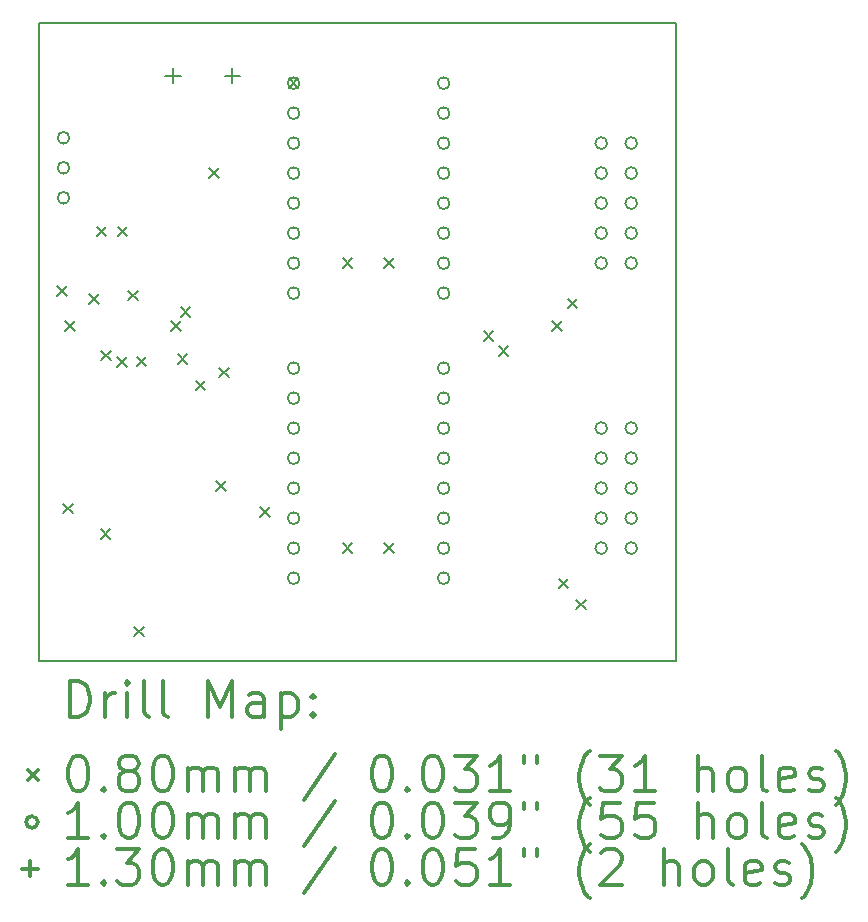
<source format=gbr>
%FSLAX45Y45*%
G04 Gerber Fmt 4.5, Leading zero omitted, Abs format (unit mm)*
G04 Created by KiCad (PCBNEW 4.0.7) date Mon Jan 29 08:21:49 2018*
%MOMM*%
%LPD*%
G01*
G04 APERTURE LIST*
%ADD10C,0.127000*%
%ADD11C,0.150000*%
%ADD12C,0.200000*%
%ADD13C,0.300000*%
G04 APERTURE END LIST*
D10*
D11*
X9200000Y-8400000D02*
X9200000Y-8200000D01*
X3800000Y-8400000D02*
X9200000Y-8400000D01*
X3800000Y-8200000D02*
X3800000Y-8400000D01*
X9200000Y-3000000D02*
X9200000Y-8200000D01*
X8200000Y-3000000D02*
X9200000Y-3000000D01*
X3800000Y-8200000D02*
X3800000Y-3000000D01*
X3800000Y-3000000D02*
X8200000Y-3000000D01*
D12*
X3956850Y-5226950D02*
X4036850Y-5306950D01*
X4036850Y-5226950D02*
X3956850Y-5306950D01*
X4007650Y-7068450D02*
X4087650Y-7148450D01*
X4087650Y-7068450D02*
X4007650Y-7148450D01*
X4026700Y-5525400D02*
X4106700Y-5605400D01*
X4106700Y-5525400D02*
X4026700Y-5605400D01*
X4229900Y-5296800D02*
X4309900Y-5376800D01*
X4309900Y-5296800D02*
X4229900Y-5376800D01*
X4293400Y-4725300D02*
X4373400Y-4805300D01*
X4373400Y-4725300D02*
X4293400Y-4805300D01*
X4325150Y-7284350D02*
X4405150Y-7364350D01*
X4405150Y-7284350D02*
X4325150Y-7364350D01*
X4331500Y-5773050D02*
X4411500Y-5853050D01*
X4411500Y-5773050D02*
X4331500Y-5853050D01*
X4464850Y-5830200D02*
X4544850Y-5910200D01*
X4544850Y-5830200D02*
X4464850Y-5910200D01*
X4471200Y-4725300D02*
X4551200Y-4805300D01*
X4551200Y-4725300D02*
X4471200Y-4805300D01*
X4560100Y-5265050D02*
X4640100Y-5345050D01*
X4640100Y-5265050D02*
X4560100Y-5345050D01*
X4610900Y-8109850D02*
X4690900Y-8189850D01*
X4690900Y-8109850D02*
X4610900Y-8189850D01*
X4629950Y-5823850D02*
X4709950Y-5903850D01*
X4709950Y-5823850D02*
X4629950Y-5903850D01*
X4922050Y-5525400D02*
X5002050Y-5605400D01*
X5002050Y-5525400D02*
X4922050Y-5605400D01*
X4979200Y-5804800D02*
X5059200Y-5884800D01*
X5059200Y-5804800D02*
X4979200Y-5884800D01*
X5004600Y-5404750D02*
X5084600Y-5484750D01*
X5084600Y-5404750D02*
X5004600Y-5484750D01*
X5131600Y-6027050D02*
X5211600Y-6107050D01*
X5211600Y-6027050D02*
X5131600Y-6107050D01*
X5245900Y-4230000D02*
X5325900Y-4310000D01*
X5325900Y-4230000D02*
X5245900Y-4310000D01*
X5305100Y-6880000D02*
X5385100Y-6960000D01*
X5385100Y-6880000D02*
X5305100Y-6960000D01*
X5328450Y-5919100D02*
X5408450Y-5999100D01*
X5408450Y-5919100D02*
X5328450Y-5999100D01*
X5677700Y-7100200D02*
X5757700Y-7180200D01*
X5757700Y-7100200D02*
X5677700Y-7180200D01*
X5919000Y-3468000D02*
X5999000Y-3548000D01*
X5999000Y-3468000D02*
X5919000Y-3548000D01*
X6376200Y-4992000D02*
X6456200Y-5072000D01*
X6456200Y-4992000D02*
X6376200Y-5072000D01*
X6376200Y-7405000D02*
X6456200Y-7485000D01*
X6456200Y-7405000D02*
X6376200Y-7485000D01*
X6726200Y-4992000D02*
X6806200Y-5072000D01*
X6806200Y-4992000D02*
X6726200Y-5072000D01*
X6726200Y-7405000D02*
X6806200Y-7485000D01*
X6806200Y-7405000D02*
X6726200Y-7485000D01*
X7570000Y-5607950D02*
X7650000Y-5687950D01*
X7650000Y-5607950D02*
X7570000Y-5687950D01*
X7697000Y-5734950D02*
X7777000Y-5814950D01*
X7777000Y-5734950D02*
X7697000Y-5814950D01*
X8147850Y-5525400D02*
X8227850Y-5605400D01*
X8227850Y-5525400D02*
X8147850Y-5605400D01*
X8205000Y-7703450D02*
X8285000Y-7783450D01*
X8285000Y-7703450D02*
X8205000Y-7783450D01*
X8281200Y-5334900D02*
X8361200Y-5414900D01*
X8361200Y-5334900D02*
X8281200Y-5414900D01*
X8351050Y-7881250D02*
X8431050Y-7961250D01*
X8431050Y-7881250D02*
X8351050Y-7961250D01*
X4059550Y-3971550D02*
G75*
G03X4059550Y-3971550I-50000J0D01*
G01*
X4059550Y-4225550D02*
G75*
G03X4059550Y-4225550I-50000J0D01*
G01*
X4059550Y-4479550D02*
G75*
G03X4059550Y-4479550I-50000J0D01*
G01*
X6009000Y-3508000D02*
G75*
G03X6009000Y-3508000I-50000J0D01*
G01*
X6009000Y-3762000D02*
G75*
G03X6009000Y-3762000I-50000J0D01*
G01*
X6009000Y-4016000D02*
G75*
G03X6009000Y-4016000I-50000J0D01*
G01*
X6009000Y-4270000D02*
G75*
G03X6009000Y-4270000I-50000J0D01*
G01*
X6009000Y-4524000D02*
G75*
G03X6009000Y-4524000I-50000J0D01*
G01*
X6009000Y-4778000D02*
G75*
G03X6009000Y-4778000I-50000J0D01*
G01*
X6009000Y-5032000D02*
G75*
G03X6009000Y-5032000I-50000J0D01*
G01*
X6009000Y-5286000D02*
G75*
G03X6009000Y-5286000I-50000J0D01*
G01*
X6009000Y-5921000D02*
G75*
G03X6009000Y-5921000I-50000J0D01*
G01*
X6009000Y-6175000D02*
G75*
G03X6009000Y-6175000I-50000J0D01*
G01*
X6009000Y-6429000D02*
G75*
G03X6009000Y-6429000I-50000J0D01*
G01*
X6009000Y-6683000D02*
G75*
G03X6009000Y-6683000I-50000J0D01*
G01*
X6009000Y-6937000D02*
G75*
G03X6009000Y-6937000I-50000J0D01*
G01*
X6009000Y-7191000D02*
G75*
G03X6009000Y-7191000I-50000J0D01*
G01*
X6009000Y-7445000D02*
G75*
G03X6009000Y-7445000I-50000J0D01*
G01*
X6009000Y-7699000D02*
G75*
G03X6009000Y-7699000I-50000J0D01*
G01*
X7279000Y-3508000D02*
G75*
G03X7279000Y-3508000I-50000J0D01*
G01*
X7279000Y-3762000D02*
G75*
G03X7279000Y-3762000I-50000J0D01*
G01*
X7279000Y-4016000D02*
G75*
G03X7279000Y-4016000I-50000J0D01*
G01*
X7279000Y-4270000D02*
G75*
G03X7279000Y-4270000I-50000J0D01*
G01*
X7279000Y-4524000D02*
G75*
G03X7279000Y-4524000I-50000J0D01*
G01*
X7279000Y-4778000D02*
G75*
G03X7279000Y-4778000I-50000J0D01*
G01*
X7279000Y-5032000D02*
G75*
G03X7279000Y-5032000I-50000J0D01*
G01*
X7279000Y-5286000D02*
G75*
G03X7279000Y-5286000I-50000J0D01*
G01*
X7279000Y-5921000D02*
G75*
G03X7279000Y-5921000I-50000J0D01*
G01*
X7279000Y-6175000D02*
G75*
G03X7279000Y-6175000I-50000J0D01*
G01*
X7279000Y-6429000D02*
G75*
G03X7279000Y-6429000I-50000J0D01*
G01*
X7279000Y-6683000D02*
G75*
G03X7279000Y-6683000I-50000J0D01*
G01*
X7279000Y-6937000D02*
G75*
G03X7279000Y-6937000I-50000J0D01*
G01*
X7279000Y-7191000D02*
G75*
G03X7279000Y-7191000I-50000J0D01*
G01*
X7279000Y-7445000D02*
G75*
G03X7279000Y-7445000I-50000J0D01*
G01*
X7279000Y-7699000D02*
G75*
G03X7279000Y-7699000I-50000J0D01*
G01*
X8612500Y-4016000D02*
G75*
G03X8612500Y-4016000I-50000J0D01*
G01*
X8612500Y-4270000D02*
G75*
G03X8612500Y-4270000I-50000J0D01*
G01*
X8612500Y-4524000D02*
G75*
G03X8612500Y-4524000I-50000J0D01*
G01*
X8612500Y-4778000D02*
G75*
G03X8612500Y-4778000I-50000J0D01*
G01*
X8612500Y-5032000D02*
G75*
G03X8612500Y-5032000I-50000J0D01*
G01*
X8612500Y-6429000D02*
G75*
G03X8612500Y-6429000I-50000J0D01*
G01*
X8612500Y-6683000D02*
G75*
G03X8612500Y-6683000I-50000J0D01*
G01*
X8612500Y-6937000D02*
G75*
G03X8612500Y-6937000I-50000J0D01*
G01*
X8612500Y-7191000D02*
G75*
G03X8612500Y-7191000I-50000J0D01*
G01*
X8612500Y-7445000D02*
G75*
G03X8612500Y-7445000I-50000J0D01*
G01*
X8866500Y-4016000D02*
G75*
G03X8866500Y-4016000I-50000J0D01*
G01*
X8866500Y-4270000D02*
G75*
G03X8866500Y-4270000I-50000J0D01*
G01*
X8866500Y-4524000D02*
G75*
G03X8866500Y-4524000I-50000J0D01*
G01*
X8866500Y-4778000D02*
G75*
G03X8866500Y-4778000I-50000J0D01*
G01*
X8866500Y-5032000D02*
G75*
G03X8866500Y-5032000I-50000J0D01*
G01*
X8866500Y-6429000D02*
G75*
G03X8866500Y-6429000I-50000J0D01*
G01*
X8866500Y-6683000D02*
G75*
G03X8866500Y-6683000I-50000J0D01*
G01*
X8866500Y-6937000D02*
G75*
G03X8866500Y-6937000I-50000J0D01*
G01*
X8866500Y-7191000D02*
G75*
G03X8866500Y-7191000I-50000J0D01*
G01*
X8866500Y-7445000D02*
G75*
G03X8866500Y-7445000I-50000J0D01*
G01*
X4938300Y-3379500D02*
X4938300Y-3509500D01*
X4873300Y-3444500D02*
X5003300Y-3444500D01*
X5438300Y-3379500D02*
X5438300Y-3509500D01*
X5373300Y-3444500D02*
X5503300Y-3444500D01*
D13*
X4063928Y-8873214D02*
X4063928Y-8573214D01*
X4135357Y-8573214D01*
X4178214Y-8587500D01*
X4206786Y-8616072D01*
X4221071Y-8644643D01*
X4235357Y-8701786D01*
X4235357Y-8744643D01*
X4221071Y-8801786D01*
X4206786Y-8830357D01*
X4178214Y-8858929D01*
X4135357Y-8873214D01*
X4063928Y-8873214D01*
X4363929Y-8873214D02*
X4363929Y-8673214D01*
X4363929Y-8730357D02*
X4378214Y-8701786D01*
X4392500Y-8687500D01*
X4421071Y-8673214D01*
X4449643Y-8673214D01*
X4549643Y-8873214D02*
X4549643Y-8673214D01*
X4549643Y-8573214D02*
X4535357Y-8587500D01*
X4549643Y-8601786D01*
X4563929Y-8587500D01*
X4549643Y-8573214D01*
X4549643Y-8601786D01*
X4735357Y-8873214D02*
X4706786Y-8858929D01*
X4692500Y-8830357D01*
X4692500Y-8573214D01*
X4892500Y-8873214D02*
X4863929Y-8858929D01*
X4849643Y-8830357D01*
X4849643Y-8573214D01*
X5235357Y-8873214D02*
X5235357Y-8573214D01*
X5335357Y-8787500D01*
X5435357Y-8573214D01*
X5435357Y-8873214D01*
X5706786Y-8873214D02*
X5706786Y-8716072D01*
X5692500Y-8687500D01*
X5663928Y-8673214D01*
X5606786Y-8673214D01*
X5578214Y-8687500D01*
X5706786Y-8858929D02*
X5678214Y-8873214D01*
X5606786Y-8873214D01*
X5578214Y-8858929D01*
X5563929Y-8830357D01*
X5563929Y-8801786D01*
X5578214Y-8773214D01*
X5606786Y-8758929D01*
X5678214Y-8758929D01*
X5706786Y-8744643D01*
X5849643Y-8673214D02*
X5849643Y-8973214D01*
X5849643Y-8687500D02*
X5878214Y-8673214D01*
X5935357Y-8673214D01*
X5963928Y-8687500D01*
X5978214Y-8701786D01*
X5992500Y-8730357D01*
X5992500Y-8816072D01*
X5978214Y-8844643D01*
X5963928Y-8858929D01*
X5935357Y-8873214D01*
X5878214Y-8873214D01*
X5849643Y-8858929D01*
X6121071Y-8844643D02*
X6135357Y-8858929D01*
X6121071Y-8873214D01*
X6106786Y-8858929D01*
X6121071Y-8844643D01*
X6121071Y-8873214D01*
X6121071Y-8687500D02*
X6135357Y-8701786D01*
X6121071Y-8716072D01*
X6106786Y-8701786D01*
X6121071Y-8687500D01*
X6121071Y-8716072D01*
X3712500Y-9327500D02*
X3792500Y-9407500D01*
X3792500Y-9327500D02*
X3712500Y-9407500D01*
X4121071Y-9203214D02*
X4149643Y-9203214D01*
X4178214Y-9217500D01*
X4192500Y-9231786D01*
X4206786Y-9260357D01*
X4221071Y-9317500D01*
X4221071Y-9388929D01*
X4206786Y-9446072D01*
X4192500Y-9474643D01*
X4178214Y-9488929D01*
X4149643Y-9503214D01*
X4121071Y-9503214D01*
X4092500Y-9488929D01*
X4078214Y-9474643D01*
X4063928Y-9446072D01*
X4049643Y-9388929D01*
X4049643Y-9317500D01*
X4063928Y-9260357D01*
X4078214Y-9231786D01*
X4092500Y-9217500D01*
X4121071Y-9203214D01*
X4349643Y-9474643D02*
X4363929Y-9488929D01*
X4349643Y-9503214D01*
X4335357Y-9488929D01*
X4349643Y-9474643D01*
X4349643Y-9503214D01*
X4535357Y-9331786D02*
X4506786Y-9317500D01*
X4492500Y-9303214D01*
X4478214Y-9274643D01*
X4478214Y-9260357D01*
X4492500Y-9231786D01*
X4506786Y-9217500D01*
X4535357Y-9203214D01*
X4592500Y-9203214D01*
X4621071Y-9217500D01*
X4635357Y-9231786D01*
X4649643Y-9260357D01*
X4649643Y-9274643D01*
X4635357Y-9303214D01*
X4621071Y-9317500D01*
X4592500Y-9331786D01*
X4535357Y-9331786D01*
X4506786Y-9346072D01*
X4492500Y-9360357D01*
X4478214Y-9388929D01*
X4478214Y-9446072D01*
X4492500Y-9474643D01*
X4506786Y-9488929D01*
X4535357Y-9503214D01*
X4592500Y-9503214D01*
X4621071Y-9488929D01*
X4635357Y-9474643D01*
X4649643Y-9446072D01*
X4649643Y-9388929D01*
X4635357Y-9360357D01*
X4621071Y-9346072D01*
X4592500Y-9331786D01*
X4835357Y-9203214D02*
X4863929Y-9203214D01*
X4892500Y-9217500D01*
X4906786Y-9231786D01*
X4921071Y-9260357D01*
X4935357Y-9317500D01*
X4935357Y-9388929D01*
X4921071Y-9446072D01*
X4906786Y-9474643D01*
X4892500Y-9488929D01*
X4863929Y-9503214D01*
X4835357Y-9503214D01*
X4806786Y-9488929D01*
X4792500Y-9474643D01*
X4778214Y-9446072D01*
X4763929Y-9388929D01*
X4763929Y-9317500D01*
X4778214Y-9260357D01*
X4792500Y-9231786D01*
X4806786Y-9217500D01*
X4835357Y-9203214D01*
X5063929Y-9503214D02*
X5063929Y-9303214D01*
X5063929Y-9331786D02*
X5078214Y-9317500D01*
X5106786Y-9303214D01*
X5149643Y-9303214D01*
X5178214Y-9317500D01*
X5192500Y-9346072D01*
X5192500Y-9503214D01*
X5192500Y-9346072D02*
X5206786Y-9317500D01*
X5235357Y-9303214D01*
X5278214Y-9303214D01*
X5306786Y-9317500D01*
X5321071Y-9346072D01*
X5321071Y-9503214D01*
X5463929Y-9503214D02*
X5463929Y-9303214D01*
X5463929Y-9331786D02*
X5478214Y-9317500D01*
X5506786Y-9303214D01*
X5549643Y-9303214D01*
X5578214Y-9317500D01*
X5592500Y-9346072D01*
X5592500Y-9503214D01*
X5592500Y-9346072D02*
X5606786Y-9317500D01*
X5635357Y-9303214D01*
X5678214Y-9303214D01*
X5706786Y-9317500D01*
X5721071Y-9346072D01*
X5721071Y-9503214D01*
X6306786Y-9188929D02*
X6049643Y-9574643D01*
X6692500Y-9203214D02*
X6721071Y-9203214D01*
X6749643Y-9217500D01*
X6763928Y-9231786D01*
X6778214Y-9260357D01*
X6792500Y-9317500D01*
X6792500Y-9388929D01*
X6778214Y-9446072D01*
X6763928Y-9474643D01*
X6749643Y-9488929D01*
X6721071Y-9503214D01*
X6692500Y-9503214D01*
X6663928Y-9488929D01*
X6649643Y-9474643D01*
X6635357Y-9446072D01*
X6621071Y-9388929D01*
X6621071Y-9317500D01*
X6635357Y-9260357D01*
X6649643Y-9231786D01*
X6663928Y-9217500D01*
X6692500Y-9203214D01*
X6921071Y-9474643D02*
X6935357Y-9488929D01*
X6921071Y-9503214D01*
X6906786Y-9488929D01*
X6921071Y-9474643D01*
X6921071Y-9503214D01*
X7121071Y-9203214D02*
X7149643Y-9203214D01*
X7178214Y-9217500D01*
X7192500Y-9231786D01*
X7206785Y-9260357D01*
X7221071Y-9317500D01*
X7221071Y-9388929D01*
X7206785Y-9446072D01*
X7192500Y-9474643D01*
X7178214Y-9488929D01*
X7149643Y-9503214D01*
X7121071Y-9503214D01*
X7092500Y-9488929D01*
X7078214Y-9474643D01*
X7063928Y-9446072D01*
X7049643Y-9388929D01*
X7049643Y-9317500D01*
X7063928Y-9260357D01*
X7078214Y-9231786D01*
X7092500Y-9217500D01*
X7121071Y-9203214D01*
X7321071Y-9203214D02*
X7506785Y-9203214D01*
X7406785Y-9317500D01*
X7449643Y-9317500D01*
X7478214Y-9331786D01*
X7492500Y-9346072D01*
X7506785Y-9374643D01*
X7506785Y-9446072D01*
X7492500Y-9474643D01*
X7478214Y-9488929D01*
X7449643Y-9503214D01*
X7363928Y-9503214D01*
X7335357Y-9488929D01*
X7321071Y-9474643D01*
X7792500Y-9503214D02*
X7621071Y-9503214D01*
X7706785Y-9503214D02*
X7706785Y-9203214D01*
X7678214Y-9246072D01*
X7649643Y-9274643D01*
X7621071Y-9288929D01*
X7906786Y-9203214D02*
X7906786Y-9260357D01*
X8021071Y-9203214D02*
X8021071Y-9260357D01*
X8463928Y-9617500D02*
X8449643Y-9603214D01*
X8421071Y-9560357D01*
X8406786Y-9531786D01*
X8392500Y-9488929D01*
X8378214Y-9417500D01*
X8378214Y-9360357D01*
X8392500Y-9288929D01*
X8406786Y-9246072D01*
X8421071Y-9217500D01*
X8449643Y-9174643D01*
X8463928Y-9160357D01*
X8549643Y-9203214D02*
X8735357Y-9203214D01*
X8635357Y-9317500D01*
X8678214Y-9317500D01*
X8706786Y-9331786D01*
X8721071Y-9346072D01*
X8735357Y-9374643D01*
X8735357Y-9446072D01*
X8721071Y-9474643D01*
X8706786Y-9488929D01*
X8678214Y-9503214D01*
X8592500Y-9503214D01*
X8563928Y-9488929D01*
X8549643Y-9474643D01*
X9021071Y-9503214D02*
X8849643Y-9503214D01*
X8935357Y-9503214D02*
X8935357Y-9203214D01*
X8906786Y-9246072D01*
X8878214Y-9274643D01*
X8849643Y-9288929D01*
X9378214Y-9503214D02*
X9378214Y-9203214D01*
X9506786Y-9503214D02*
X9506786Y-9346072D01*
X9492500Y-9317500D01*
X9463928Y-9303214D01*
X9421071Y-9303214D01*
X9392500Y-9317500D01*
X9378214Y-9331786D01*
X9692500Y-9503214D02*
X9663928Y-9488929D01*
X9649643Y-9474643D01*
X9635357Y-9446072D01*
X9635357Y-9360357D01*
X9649643Y-9331786D01*
X9663928Y-9317500D01*
X9692500Y-9303214D01*
X9735357Y-9303214D01*
X9763928Y-9317500D01*
X9778214Y-9331786D01*
X9792500Y-9360357D01*
X9792500Y-9446072D01*
X9778214Y-9474643D01*
X9763928Y-9488929D01*
X9735357Y-9503214D01*
X9692500Y-9503214D01*
X9963928Y-9503214D02*
X9935357Y-9488929D01*
X9921071Y-9460357D01*
X9921071Y-9203214D01*
X10192500Y-9488929D02*
X10163929Y-9503214D01*
X10106786Y-9503214D01*
X10078214Y-9488929D01*
X10063929Y-9460357D01*
X10063929Y-9346072D01*
X10078214Y-9317500D01*
X10106786Y-9303214D01*
X10163929Y-9303214D01*
X10192500Y-9317500D01*
X10206786Y-9346072D01*
X10206786Y-9374643D01*
X10063929Y-9403214D01*
X10321071Y-9488929D02*
X10349643Y-9503214D01*
X10406786Y-9503214D01*
X10435357Y-9488929D01*
X10449643Y-9460357D01*
X10449643Y-9446072D01*
X10435357Y-9417500D01*
X10406786Y-9403214D01*
X10363929Y-9403214D01*
X10335357Y-9388929D01*
X10321071Y-9360357D01*
X10321071Y-9346072D01*
X10335357Y-9317500D01*
X10363929Y-9303214D01*
X10406786Y-9303214D01*
X10435357Y-9317500D01*
X10549643Y-9617500D02*
X10563929Y-9603214D01*
X10592500Y-9560357D01*
X10606786Y-9531786D01*
X10621071Y-9488929D01*
X10635357Y-9417500D01*
X10635357Y-9360357D01*
X10621071Y-9288929D01*
X10606786Y-9246072D01*
X10592500Y-9217500D01*
X10563929Y-9174643D01*
X10549643Y-9160357D01*
X3792500Y-9763500D02*
G75*
G03X3792500Y-9763500I-50000J0D01*
G01*
X4221071Y-9899214D02*
X4049643Y-9899214D01*
X4135357Y-9899214D02*
X4135357Y-9599214D01*
X4106786Y-9642072D01*
X4078214Y-9670643D01*
X4049643Y-9684929D01*
X4349643Y-9870643D02*
X4363929Y-9884929D01*
X4349643Y-9899214D01*
X4335357Y-9884929D01*
X4349643Y-9870643D01*
X4349643Y-9899214D01*
X4549643Y-9599214D02*
X4578214Y-9599214D01*
X4606786Y-9613500D01*
X4621071Y-9627786D01*
X4635357Y-9656357D01*
X4649643Y-9713500D01*
X4649643Y-9784929D01*
X4635357Y-9842072D01*
X4621071Y-9870643D01*
X4606786Y-9884929D01*
X4578214Y-9899214D01*
X4549643Y-9899214D01*
X4521071Y-9884929D01*
X4506786Y-9870643D01*
X4492500Y-9842072D01*
X4478214Y-9784929D01*
X4478214Y-9713500D01*
X4492500Y-9656357D01*
X4506786Y-9627786D01*
X4521071Y-9613500D01*
X4549643Y-9599214D01*
X4835357Y-9599214D02*
X4863929Y-9599214D01*
X4892500Y-9613500D01*
X4906786Y-9627786D01*
X4921071Y-9656357D01*
X4935357Y-9713500D01*
X4935357Y-9784929D01*
X4921071Y-9842072D01*
X4906786Y-9870643D01*
X4892500Y-9884929D01*
X4863929Y-9899214D01*
X4835357Y-9899214D01*
X4806786Y-9884929D01*
X4792500Y-9870643D01*
X4778214Y-9842072D01*
X4763929Y-9784929D01*
X4763929Y-9713500D01*
X4778214Y-9656357D01*
X4792500Y-9627786D01*
X4806786Y-9613500D01*
X4835357Y-9599214D01*
X5063929Y-9899214D02*
X5063929Y-9699214D01*
X5063929Y-9727786D02*
X5078214Y-9713500D01*
X5106786Y-9699214D01*
X5149643Y-9699214D01*
X5178214Y-9713500D01*
X5192500Y-9742072D01*
X5192500Y-9899214D01*
X5192500Y-9742072D02*
X5206786Y-9713500D01*
X5235357Y-9699214D01*
X5278214Y-9699214D01*
X5306786Y-9713500D01*
X5321071Y-9742072D01*
X5321071Y-9899214D01*
X5463929Y-9899214D02*
X5463929Y-9699214D01*
X5463929Y-9727786D02*
X5478214Y-9713500D01*
X5506786Y-9699214D01*
X5549643Y-9699214D01*
X5578214Y-9713500D01*
X5592500Y-9742072D01*
X5592500Y-9899214D01*
X5592500Y-9742072D02*
X5606786Y-9713500D01*
X5635357Y-9699214D01*
X5678214Y-9699214D01*
X5706786Y-9713500D01*
X5721071Y-9742072D01*
X5721071Y-9899214D01*
X6306786Y-9584929D02*
X6049643Y-9970643D01*
X6692500Y-9599214D02*
X6721071Y-9599214D01*
X6749643Y-9613500D01*
X6763928Y-9627786D01*
X6778214Y-9656357D01*
X6792500Y-9713500D01*
X6792500Y-9784929D01*
X6778214Y-9842072D01*
X6763928Y-9870643D01*
X6749643Y-9884929D01*
X6721071Y-9899214D01*
X6692500Y-9899214D01*
X6663928Y-9884929D01*
X6649643Y-9870643D01*
X6635357Y-9842072D01*
X6621071Y-9784929D01*
X6621071Y-9713500D01*
X6635357Y-9656357D01*
X6649643Y-9627786D01*
X6663928Y-9613500D01*
X6692500Y-9599214D01*
X6921071Y-9870643D02*
X6935357Y-9884929D01*
X6921071Y-9899214D01*
X6906786Y-9884929D01*
X6921071Y-9870643D01*
X6921071Y-9899214D01*
X7121071Y-9599214D02*
X7149643Y-9599214D01*
X7178214Y-9613500D01*
X7192500Y-9627786D01*
X7206785Y-9656357D01*
X7221071Y-9713500D01*
X7221071Y-9784929D01*
X7206785Y-9842072D01*
X7192500Y-9870643D01*
X7178214Y-9884929D01*
X7149643Y-9899214D01*
X7121071Y-9899214D01*
X7092500Y-9884929D01*
X7078214Y-9870643D01*
X7063928Y-9842072D01*
X7049643Y-9784929D01*
X7049643Y-9713500D01*
X7063928Y-9656357D01*
X7078214Y-9627786D01*
X7092500Y-9613500D01*
X7121071Y-9599214D01*
X7321071Y-9599214D02*
X7506785Y-9599214D01*
X7406785Y-9713500D01*
X7449643Y-9713500D01*
X7478214Y-9727786D01*
X7492500Y-9742072D01*
X7506785Y-9770643D01*
X7506785Y-9842072D01*
X7492500Y-9870643D01*
X7478214Y-9884929D01*
X7449643Y-9899214D01*
X7363928Y-9899214D01*
X7335357Y-9884929D01*
X7321071Y-9870643D01*
X7649643Y-9899214D02*
X7706785Y-9899214D01*
X7735357Y-9884929D01*
X7749643Y-9870643D01*
X7778214Y-9827786D01*
X7792500Y-9770643D01*
X7792500Y-9656357D01*
X7778214Y-9627786D01*
X7763928Y-9613500D01*
X7735357Y-9599214D01*
X7678214Y-9599214D01*
X7649643Y-9613500D01*
X7635357Y-9627786D01*
X7621071Y-9656357D01*
X7621071Y-9727786D01*
X7635357Y-9756357D01*
X7649643Y-9770643D01*
X7678214Y-9784929D01*
X7735357Y-9784929D01*
X7763928Y-9770643D01*
X7778214Y-9756357D01*
X7792500Y-9727786D01*
X7906786Y-9599214D02*
X7906786Y-9656357D01*
X8021071Y-9599214D02*
X8021071Y-9656357D01*
X8463928Y-10013500D02*
X8449643Y-9999214D01*
X8421071Y-9956357D01*
X8406786Y-9927786D01*
X8392500Y-9884929D01*
X8378214Y-9813500D01*
X8378214Y-9756357D01*
X8392500Y-9684929D01*
X8406786Y-9642072D01*
X8421071Y-9613500D01*
X8449643Y-9570643D01*
X8463928Y-9556357D01*
X8721071Y-9599214D02*
X8578214Y-9599214D01*
X8563928Y-9742072D01*
X8578214Y-9727786D01*
X8606786Y-9713500D01*
X8678214Y-9713500D01*
X8706786Y-9727786D01*
X8721071Y-9742072D01*
X8735357Y-9770643D01*
X8735357Y-9842072D01*
X8721071Y-9870643D01*
X8706786Y-9884929D01*
X8678214Y-9899214D01*
X8606786Y-9899214D01*
X8578214Y-9884929D01*
X8563928Y-9870643D01*
X9006786Y-9599214D02*
X8863928Y-9599214D01*
X8849643Y-9742072D01*
X8863928Y-9727786D01*
X8892500Y-9713500D01*
X8963928Y-9713500D01*
X8992500Y-9727786D01*
X9006786Y-9742072D01*
X9021071Y-9770643D01*
X9021071Y-9842072D01*
X9006786Y-9870643D01*
X8992500Y-9884929D01*
X8963928Y-9899214D01*
X8892500Y-9899214D01*
X8863928Y-9884929D01*
X8849643Y-9870643D01*
X9378214Y-9899214D02*
X9378214Y-9599214D01*
X9506786Y-9899214D02*
X9506786Y-9742072D01*
X9492500Y-9713500D01*
X9463928Y-9699214D01*
X9421071Y-9699214D01*
X9392500Y-9713500D01*
X9378214Y-9727786D01*
X9692500Y-9899214D02*
X9663928Y-9884929D01*
X9649643Y-9870643D01*
X9635357Y-9842072D01*
X9635357Y-9756357D01*
X9649643Y-9727786D01*
X9663928Y-9713500D01*
X9692500Y-9699214D01*
X9735357Y-9699214D01*
X9763928Y-9713500D01*
X9778214Y-9727786D01*
X9792500Y-9756357D01*
X9792500Y-9842072D01*
X9778214Y-9870643D01*
X9763928Y-9884929D01*
X9735357Y-9899214D01*
X9692500Y-9899214D01*
X9963928Y-9899214D02*
X9935357Y-9884929D01*
X9921071Y-9856357D01*
X9921071Y-9599214D01*
X10192500Y-9884929D02*
X10163929Y-9899214D01*
X10106786Y-9899214D01*
X10078214Y-9884929D01*
X10063929Y-9856357D01*
X10063929Y-9742072D01*
X10078214Y-9713500D01*
X10106786Y-9699214D01*
X10163929Y-9699214D01*
X10192500Y-9713500D01*
X10206786Y-9742072D01*
X10206786Y-9770643D01*
X10063929Y-9799214D01*
X10321071Y-9884929D02*
X10349643Y-9899214D01*
X10406786Y-9899214D01*
X10435357Y-9884929D01*
X10449643Y-9856357D01*
X10449643Y-9842072D01*
X10435357Y-9813500D01*
X10406786Y-9799214D01*
X10363929Y-9799214D01*
X10335357Y-9784929D01*
X10321071Y-9756357D01*
X10321071Y-9742072D01*
X10335357Y-9713500D01*
X10363929Y-9699214D01*
X10406786Y-9699214D01*
X10435357Y-9713500D01*
X10549643Y-10013500D02*
X10563929Y-9999214D01*
X10592500Y-9956357D01*
X10606786Y-9927786D01*
X10621071Y-9884929D01*
X10635357Y-9813500D01*
X10635357Y-9756357D01*
X10621071Y-9684929D01*
X10606786Y-9642072D01*
X10592500Y-9613500D01*
X10563929Y-9570643D01*
X10549643Y-9556357D01*
X3727500Y-10094500D02*
X3727500Y-10224500D01*
X3662500Y-10159500D02*
X3792500Y-10159500D01*
X4221071Y-10295214D02*
X4049643Y-10295214D01*
X4135357Y-10295214D02*
X4135357Y-9995214D01*
X4106786Y-10038072D01*
X4078214Y-10066643D01*
X4049643Y-10080929D01*
X4349643Y-10266643D02*
X4363929Y-10280929D01*
X4349643Y-10295214D01*
X4335357Y-10280929D01*
X4349643Y-10266643D01*
X4349643Y-10295214D01*
X4463928Y-9995214D02*
X4649643Y-9995214D01*
X4549643Y-10109500D01*
X4592500Y-10109500D01*
X4621071Y-10123786D01*
X4635357Y-10138072D01*
X4649643Y-10166643D01*
X4649643Y-10238072D01*
X4635357Y-10266643D01*
X4621071Y-10280929D01*
X4592500Y-10295214D01*
X4506786Y-10295214D01*
X4478214Y-10280929D01*
X4463928Y-10266643D01*
X4835357Y-9995214D02*
X4863929Y-9995214D01*
X4892500Y-10009500D01*
X4906786Y-10023786D01*
X4921071Y-10052357D01*
X4935357Y-10109500D01*
X4935357Y-10180929D01*
X4921071Y-10238072D01*
X4906786Y-10266643D01*
X4892500Y-10280929D01*
X4863929Y-10295214D01*
X4835357Y-10295214D01*
X4806786Y-10280929D01*
X4792500Y-10266643D01*
X4778214Y-10238072D01*
X4763929Y-10180929D01*
X4763929Y-10109500D01*
X4778214Y-10052357D01*
X4792500Y-10023786D01*
X4806786Y-10009500D01*
X4835357Y-9995214D01*
X5063929Y-10295214D02*
X5063929Y-10095214D01*
X5063929Y-10123786D02*
X5078214Y-10109500D01*
X5106786Y-10095214D01*
X5149643Y-10095214D01*
X5178214Y-10109500D01*
X5192500Y-10138072D01*
X5192500Y-10295214D01*
X5192500Y-10138072D02*
X5206786Y-10109500D01*
X5235357Y-10095214D01*
X5278214Y-10095214D01*
X5306786Y-10109500D01*
X5321071Y-10138072D01*
X5321071Y-10295214D01*
X5463929Y-10295214D02*
X5463929Y-10095214D01*
X5463929Y-10123786D02*
X5478214Y-10109500D01*
X5506786Y-10095214D01*
X5549643Y-10095214D01*
X5578214Y-10109500D01*
X5592500Y-10138072D01*
X5592500Y-10295214D01*
X5592500Y-10138072D02*
X5606786Y-10109500D01*
X5635357Y-10095214D01*
X5678214Y-10095214D01*
X5706786Y-10109500D01*
X5721071Y-10138072D01*
X5721071Y-10295214D01*
X6306786Y-9980929D02*
X6049643Y-10366643D01*
X6692500Y-9995214D02*
X6721071Y-9995214D01*
X6749643Y-10009500D01*
X6763928Y-10023786D01*
X6778214Y-10052357D01*
X6792500Y-10109500D01*
X6792500Y-10180929D01*
X6778214Y-10238072D01*
X6763928Y-10266643D01*
X6749643Y-10280929D01*
X6721071Y-10295214D01*
X6692500Y-10295214D01*
X6663928Y-10280929D01*
X6649643Y-10266643D01*
X6635357Y-10238072D01*
X6621071Y-10180929D01*
X6621071Y-10109500D01*
X6635357Y-10052357D01*
X6649643Y-10023786D01*
X6663928Y-10009500D01*
X6692500Y-9995214D01*
X6921071Y-10266643D02*
X6935357Y-10280929D01*
X6921071Y-10295214D01*
X6906786Y-10280929D01*
X6921071Y-10266643D01*
X6921071Y-10295214D01*
X7121071Y-9995214D02*
X7149643Y-9995214D01*
X7178214Y-10009500D01*
X7192500Y-10023786D01*
X7206785Y-10052357D01*
X7221071Y-10109500D01*
X7221071Y-10180929D01*
X7206785Y-10238072D01*
X7192500Y-10266643D01*
X7178214Y-10280929D01*
X7149643Y-10295214D01*
X7121071Y-10295214D01*
X7092500Y-10280929D01*
X7078214Y-10266643D01*
X7063928Y-10238072D01*
X7049643Y-10180929D01*
X7049643Y-10109500D01*
X7063928Y-10052357D01*
X7078214Y-10023786D01*
X7092500Y-10009500D01*
X7121071Y-9995214D01*
X7492500Y-9995214D02*
X7349643Y-9995214D01*
X7335357Y-10138072D01*
X7349643Y-10123786D01*
X7378214Y-10109500D01*
X7449643Y-10109500D01*
X7478214Y-10123786D01*
X7492500Y-10138072D01*
X7506785Y-10166643D01*
X7506785Y-10238072D01*
X7492500Y-10266643D01*
X7478214Y-10280929D01*
X7449643Y-10295214D01*
X7378214Y-10295214D01*
X7349643Y-10280929D01*
X7335357Y-10266643D01*
X7792500Y-10295214D02*
X7621071Y-10295214D01*
X7706785Y-10295214D02*
X7706785Y-9995214D01*
X7678214Y-10038072D01*
X7649643Y-10066643D01*
X7621071Y-10080929D01*
X7906786Y-9995214D02*
X7906786Y-10052357D01*
X8021071Y-9995214D02*
X8021071Y-10052357D01*
X8463928Y-10409500D02*
X8449643Y-10395214D01*
X8421071Y-10352357D01*
X8406786Y-10323786D01*
X8392500Y-10280929D01*
X8378214Y-10209500D01*
X8378214Y-10152357D01*
X8392500Y-10080929D01*
X8406786Y-10038072D01*
X8421071Y-10009500D01*
X8449643Y-9966643D01*
X8463928Y-9952357D01*
X8563928Y-10023786D02*
X8578214Y-10009500D01*
X8606786Y-9995214D01*
X8678214Y-9995214D01*
X8706786Y-10009500D01*
X8721071Y-10023786D01*
X8735357Y-10052357D01*
X8735357Y-10080929D01*
X8721071Y-10123786D01*
X8549643Y-10295214D01*
X8735357Y-10295214D01*
X9092500Y-10295214D02*
X9092500Y-9995214D01*
X9221071Y-10295214D02*
X9221071Y-10138072D01*
X9206786Y-10109500D01*
X9178214Y-10095214D01*
X9135357Y-10095214D01*
X9106786Y-10109500D01*
X9092500Y-10123786D01*
X9406786Y-10295214D02*
X9378214Y-10280929D01*
X9363928Y-10266643D01*
X9349643Y-10238072D01*
X9349643Y-10152357D01*
X9363928Y-10123786D01*
X9378214Y-10109500D01*
X9406786Y-10095214D01*
X9449643Y-10095214D01*
X9478214Y-10109500D01*
X9492500Y-10123786D01*
X9506786Y-10152357D01*
X9506786Y-10238072D01*
X9492500Y-10266643D01*
X9478214Y-10280929D01*
X9449643Y-10295214D01*
X9406786Y-10295214D01*
X9678214Y-10295214D02*
X9649643Y-10280929D01*
X9635357Y-10252357D01*
X9635357Y-9995214D01*
X9906786Y-10280929D02*
X9878214Y-10295214D01*
X9821071Y-10295214D01*
X9792500Y-10280929D01*
X9778214Y-10252357D01*
X9778214Y-10138072D01*
X9792500Y-10109500D01*
X9821071Y-10095214D01*
X9878214Y-10095214D01*
X9906786Y-10109500D01*
X9921071Y-10138072D01*
X9921071Y-10166643D01*
X9778214Y-10195214D01*
X10035357Y-10280929D02*
X10063929Y-10295214D01*
X10121071Y-10295214D01*
X10149643Y-10280929D01*
X10163929Y-10252357D01*
X10163929Y-10238072D01*
X10149643Y-10209500D01*
X10121071Y-10195214D01*
X10078214Y-10195214D01*
X10049643Y-10180929D01*
X10035357Y-10152357D01*
X10035357Y-10138072D01*
X10049643Y-10109500D01*
X10078214Y-10095214D01*
X10121071Y-10095214D01*
X10149643Y-10109500D01*
X10263928Y-10409500D02*
X10278214Y-10395214D01*
X10306786Y-10352357D01*
X10321071Y-10323786D01*
X10335357Y-10280929D01*
X10349643Y-10209500D01*
X10349643Y-10152357D01*
X10335357Y-10080929D01*
X10321071Y-10038072D01*
X10306786Y-10009500D01*
X10278214Y-9966643D01*
X10263928Y-9952357D01*
M02*

</source>
